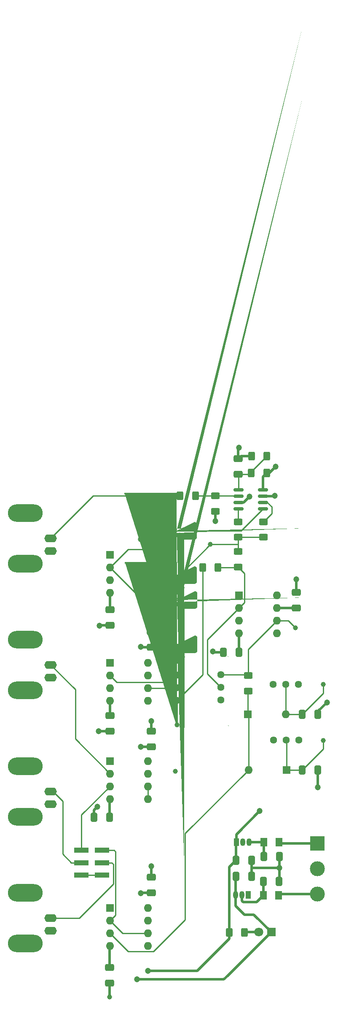
<source format=gbr>
%TF.GenerationSoftware,KiCad,Pcbnew,6.0.11-2627ca5db0~126~ubuntu20.04.1*%
%TF.CreationDate,2024-05-08T08:33:10-06:00*%
%TF.ProjectId,LaserPID,4c617365-7250-4494-942e-6b696361645f,rev?*%
%TF.SameCoordinates,Original*%
%TF.FileFunction,Copper,L1,Top*%
%TF.FilePolarity,Positive*%
%FSLAX46Y46*%
G04 Gerber Fmt 4.6, Leading zero omitted, Abs format (unit mm)*
G04 Created by KiCad (PCBNEW 6.0.11-2627ca5db0~126~ubuntu20.04.1) date 2024-05-08 08:33:10*
%MOMM*%
%LPD*%
G01*
G04 APERTURE LIST*
G04 Aperture macros list*
%AMRoundRect*
0 Rectangle with rounded corners*
0 $1 Rounding radius*
0 $2 $3 $4 $5 $6 $7 $8 $9 X,Y pos of 4 corners*
0 Add a 4 corners polygon primitive as box body*
4,1,4,$2,$3,$4,$5,$6,$7,$8,$9,$2,$3,0*
0 Add four circle primitives for the rounded corners*
1,1,$1+$1,$2,$3*
1,1,$1+$1,$4,$5*
1,1,$1+$1,$6,$7*
1,1,$1+$1,$8,$9*
0 Add four rect primitives between the rounded corners*
20,1,$1+$1,$2,$3,$4,$5,0*
20,1,$1+$1,$4,$5,$6,$7,0*
20,1,$1+$1,$6,$7,$8,$9,0*
20,1,$1+$1,$8,$9,$2,$3,0*%
%AMFreePoly0*
4,1,127,3.606109,1.749963,3.639805,1.744716,3.673905,1.744508,3.709490,1.733866,3.746186,1.728152,3.777052,1.713661,3.809726,1.703889,3.840894,1.683687,3.874511,1.667904,3.900069,1.645332,3.928688,1.626782,3.952933,1.598644,3.980769,1.574060,3.998966,1.545219,4.021226,1.519385,4.036598,1.485576,4.056417,1.454165,4.065788,1.421377,4.079903,1.390333,4.085168,1.353567,
4.095374,1.317858,4.095166,1.283757,4.100000,1.250000,4.100000,-1.250000,4.099963,-1.256109,4.094716,-1.289805,4.094508,-1.323905,4.083866,-1.359490,4.078152,-1.396186,4.063661,-1.427052,4.053889,-1.459726,4.033687,-1.490894,4.017904,-1.524511,3.995332,-1.550069,3.976782,-1.578688,3.948644,-1.602933,3.924060,-1.630769,3.895219,-1.648966,3.869385,-1.671226,3.835576,-1.686598,
3.804165,-1.706417,3.771377,-1.715788,3.740333,-1.729903,3.703567,-1.735168,3.667858,-1.745374,3.633757,-1.745166,3.600000,-1.750000,1.500000,-1.750000,1.493891,-1.749963,1.460195,-1.744716,1.426095,-1.744508,1.390510,-1.733866,1.353814,-1.728152,1.322948,-1.713661,1.290274,-1.703889,1.259106,-1.683687,1.225489,-1.667904,1.199931,-1.645332,1.171312,-1.626782,1.147067,-1.598644,
1.119231,-1.574060,1.101034,-1.545219,1.078774,-1.519385,1.063402,-1.485576,1.043583,-1.454165,1.034212,-1.421377,1.020097,-1.390333,1.014832,-1.353567,1.004626,-1.317858,1.004834,-1.283757,1.000000,-1.250000,1.000000,-1.113992,0.968187,-1.145694,0.768064,-1.288440,0.547315,-1.396584,0.311868,-1.467221,0.068044,-1.498456,-0.177606,-1.489448,-0.418487,-1.440441,-0.648129,-1.352749,
-0.860365,-1.228728,-1.049495,-1.071709,-1.210440,-0.885909,-1.338879,-0.676316,-1.431360,-0.448561,-1.485402,-0.208760,-1.499552,0.036648,-1.473431,0.281072,-1.407740,0.517947,-1.304242,0.740913,-1.165719,0.943981,-0.995889,1.121697,-0.799314,1.269290,-0.581273,1.382795,-0.347622,1.459164,-0.104635,1.496346,0.141162,1.493343,0.383169,1.450235,0.614885,1.368180,0.830087,1.249382,
1.000000,1.115194,1.000000,1.250000,1.000037,1.256109,1.005284,1.289805,1.005492,1.323905,1.016134,1.359490,1.021848,1.396186,1.036339,1.427052,1.046111,1.459726,1.066313,1.490894,1.082096,1.524511,1.104668,1.550069,1.123218,1.578688,1.151356,1.602933,1.175940,1.630769,1.204781,1.648966,1.230615,1.671226,1.264424,1.686598,1.295835,1.706417,1.328623,1.715788,
1.359667,1.729903,1.396433,1.735168,1.432142,1.745374,1.466243,1.745166,1.500000,1.750000,3.600000,1.750000,3.606109,1.749963,3.606109,1.749963,$1*%
G04 Aperture macros list end*
%TA.AperFunction,SMDPad,CuDef*%
%ADD10RoundRect,0.250000X-0.412500X-0.650000X0.412500X-0.650000X0.412500X0.650000X-0.412500X0.650000X0*%
%TD*%
%TA.AperFunction,SMDPad,CuDef*%
%ADD11RoundRect,0.250000X0.412500X0.650000X-0.412500X0.650000X-0.412500X-0.650000X0.412500X-0.650000X0*%
%TD*%
%TA.AperFunction,ComponentPad*%
%ADD12FreePoly0,90.000000*%
%TD*%
%TA.AperFunction,ComponentPad*%
%ADD13FreePoly0,270.000000*%
%TD*%
%TA.AperFunction,SMDPad,CuDef*%
%ADD14RoundRect,0.249999X0.650001X-0.412501X0.650001X0.412501X-0.650001X0.412501X-0.650001X-0.412501X0*%
%TD*%
%TA.AperFunction,SMDPad,CuDef*%
%ADD15RoundRect,0.249999X-0.650001X0.412501X-0.650001X-0.412501X0.650001X-0.412501X0.650001X0.412501X0*%
%TD*%
%TA.AperFunction,SMDPad,CuDef*%
%ADD16RoundRect,0.249999X-0.412501X-0.650001X0.412501X-0.650001X0.412501X0.650001X-0.412501X0.650001X0*%
%TD*%
%TA.AperFunction,SMDPad,CuDef*%
%ADD17RoundRect,0.249999X0.412501X0.650001X-0.412501X0.650001X-0.412501X-0.650001X0.412501X-0.650001X0*%
%TD*%
%TA.AperFunction,ComponentPad*%
%ADD18R,1.800000X1.800000*%
%TD*%
%TA.AperFunction,ComponentPad*%
%ADD19C,1.800000*%
%TD*%
%TA.AperFunction,ComponentPad*%
%ADD20R,3.000000X3.000000*%
%TD*%
%TA.AperFunction,ComponentPad*%
%ADD21C,3.000000*%
%TD*%
%TA.AperFunction,SMDPad,CuDef*%
%ADD22RoundRect,0.250000X-0.625000X0.400000X-0.625000X-0.400000X0.625000X-0.400000X0.625000X0.400000X0*%
%TD*%
%TA.AperFunction,SMDPad,CuDef*%
%ADD23RoundRect,0.250000X0.400000X0.625000X-0.400000X0.625000X-0.400000X-0.625000X0.400000X-0.625000X0*%
%TD*%
%TA.AperFunction,SMDPad,CuDef*%
%ADD24RoundRect,0.250000X0.625000X-0.400000X0.625000X0.400000X-0.625000X0.400000X-0.625000X-0.400000X0*%
%TD*%
%TA.AperFunction,SMDPad,CuDef*%
%ADD25RoundRect,0.250000X-0.400000X-0.625000X0.400000X-0.625000X0.400000X0.625000X-0.400000X0.625000X0*%
%TD*%
%TA.AperFunction,ComponentPad*%
%ADD26C,1.440000*%
%TD*%
%TA.AperFunction,ComponentPad*%
%ADD27R,1.600000X1.600000*%
%TD*%
%TA.AperFunction,ComponentPad*%
%ADD28O,1.600000X1.600000*%
%TD*%
%TA.AperFunction,SMDPad,CuDef*%
%ADD29RoundRect,0.150000X0.825000X0.150000X-0.825000X0.150000X-0.825000X-0.150000X0.825000X-0.150000X0*%
%TD*%
%TA.AperFunction,ComponentPad*%
%ADD30O,2.500000X1.600000*%
%TD*%
%TA.AperFunction,ComponentPad*%
%ADD31O,7.000000X3.500000*%
%TD*%
%TA.AperFunction,SMDPad,CuDef*%
%ADD32RoundRect,0.250001X-0.462499X-0.624999X0.462499X-0.624999X0.462499X0.624999X-0.462499X0.624999X0*%
%TD*%
%TA.AperFunction,ComponentPad*%
%ADD33C,1.000000*%
%TD*%
%TA.AperFunction,ComponentPad*%
%ADD34R,1.050000X1.500000*%
%TD*%
%TA.AperFunction,ComponentPad*%
%ADD35O,1.050000X1.500000*%
%TD*%
%TA.AperFunction,ComponentPad*%
%ADD36R,3.000000X1.000000*%
%TD*%
%TA.AperFunction,SMDPad,CuDef*%
%ADD37RoundRect,0.250001X0.462499X0.624999X-0.462499X0.624999X-0.462499X-0.624999X0.462499X-0.624999X0*%
%TD*%
%TA.AperFunction,ViaPad*%
%ADD38C,1.200000*%
%TD*%
%TA.AperFunction,ViaPad*%
%ADD39C,1.000000*%
%TD*%
%TA.AperFunction,Conductor*%
%ADD40C,0.500000*%
%TD*%
%TA.AperFunction,Conductor*%
%ADD41C,0.250000*%
%TD*%
G04 APERTURE END LIST*
D10*
%TO.P,C1,1*%
%TO.N,Net-(D4-Pad1)*%
X802398300Y-103200200D03*
%TO.P,C1,2*%
%TO.N,GND*%
X805523300Y-103200200D03*
%TD*%
D11*
%TO.P,C2,1*%
%TO.N,GND*%
X805472500Y-108204000D03*
%TO.P,C2,2*%
%TO.N,Net-(D5-Pad2)*%
X802347500Y-108204000D03*
%TD*%
D10*
%TO.P,C3,1*%
%TO.N,VDD*%
X796873400Y-103962200D03*
%TO.P,C3,2*%
%TO.N,GND*%
X799998400Y-103962200D03*
%TD*%
D12*
%TO.P,C6,1*%
%TO.N,Net-(C6-Pad1)*%
X784860000Y-46719000D03*
D13*
%TO.P,C6,2*%
%TO.N,Net-(C6-Pad2)*%
X784860000Y-37829000D03*
%TD*%
D14*
%TO.P,C7,1*%
%TO.N,GND*%
X771525000Y-56808500D03*
%TO.P,C7,2*%
%TO.N,VSS*%
X771525000Y-53683500D03*
%TD*%
D15*
%TO.P,C8,1*%
%TO.N,GND*%
X779653000Y-36537500D03*
%TO.P,C8,2*%
%TO.N,VDD*%
X779653000Y-39662500D03*
%TD*%
D14*
%TO.P,C9,1*%
%TO.N,GND*%
X771525000Y-78105000D03*
%TO.P,C9,2*%
%TO.N,VSS*%
X771525000Y-74980000D03*
%TD*%
D15*
%TO.P,C10,1*%
%TO.N,GND*%
X779780000Y-58127500D03*
%TO.P,C10,2*%
%TO.N,VDD*%
X779780000Y-61252500D03*
%TD*%
D16*
%TO.P,C11,1*%
%TO.N,GND*%
X794308000Y-62230000D03*
%TO.P,C11,2*%
%TO.N,VSS*%
X797433000Y-62230000D03*
%TD*%
D15*
%TO.P,C12,1*%
%TO.N,GND*%
X808951500Y-50253500D03*
%TO.P,C12,2*%
%TO.N,VDD*%
X808951500Y-53378500D03*
%TD*%
D14*
%TO.P,C16,1*%
%TO.N,GND*%
X771398000Y-128651000D03*
%TO.P,C16,2*%
%TO.N,VSS*%
X771398000Y-125526000D03*
%TD*%
D17*
%TO.P,C18,1*%
%TO.N,GND*%
X813258000Y-85852000D03*
%TO.P,C18,2*%
%TO.N,Net-(C18-Pad2)*%
X810133000Y-85852000D03*
%TD*%
D15*
%TO.P,C20,1*%
%TO.N,GND*%
X797267500Y-23403500D03*
%TO.P,C20,2*%
%TO.N,Net-(C20-Pad2)*%
X797267500Y-26528500D03*
%TD*%
D18*
%TO.P,D3,1,K*%
%TO.N,VSS*%
X803910000Y-118414800D03*
D19*
%TO.P,D3,2,A*%
%TO.N,Net-(D3-Pad2)*%
X801370000Y-118414800D03*
%TD*%
D20*
%TO.P,P1,1,P1*%
%TO.N,Net-(P1-Pad1)*%
X813181000Y-100584000D03*
D21*
%TO.P,P1,2,P2*%
%TO.N,GND*%
X813181000Y-105664000D03*
%TO.P,P1,3,P3*%
%TO.N,Net-(P1-Pad3)*%
X813181000Y-110744000D03*
%TD*%
D22*
%TO.P,R1,1*%
%TO.N,Net-(C6-Pad1)*%
X797267500Y-42037000D03*
%TO.P,R1,2*%
%TO.N,Net-(R1-Pad2)*%
X797267500Y-45137000D03*
%TD*%
D23*
%TO.P,R2,1*%
%TO.N,Net-(R1-Pad2)*%
X793229500Y-45212000D03*
%TO.P,R2,2*%
%TO.N,Net-(R2-Pad2)*%
X790129500Y-45212000D03*
%TD*%
D13*
%TO.P,R6,1*%
%TO.N,Net-(C6-Pad2)*%
X784987000Y-51761000D03*
D12*
%TO.P,R6,2*%
%TO.N,Net-(R6-Pad2)*%
X784987000Y-60651000D03*
%TD*%
D23*
%TO.P,R7,1*%
%TO.N,/RST*%
X788696000Y-30861000D03*
%TO.P,R7,2*%
%TO.N,Net-(R7-Pad2)*%
X785596000Y-30861000D03*
%TD*%
D24*
%TO.P,R8,1*%
%TO.N,Net-(D1-Pad2)*%
X799261800Y-70002400D03*
%TO.P,R8,2*%
%TO.N,Net-(RVGAIN1-Pad1)*%
X799261800Y-66902400D03*
%TD*%
D23*
%TO.P,R9,1*%
%TO.N,VDD*%
X803008500Y-26289000D03*
%TO.P,R9,2*%
%TO.N,Net-(C20-Pad2)*%
X799908500Y-26289000D03*
%TD*%
D25*
%TO.P,R10,1*%
%TO.N,GND*%
X799934500Y-22860000D03*
%TO.P,R10,2*%
%TO.N,Net-(C20-Pad2)*%
X803034500Y-22860000D03*
%TD*%
D24*
%TO.P,R12,1*%
%TO.N,Net-(C6-Pad1)*%
X797267500Y-39168000D03*
%TO.P,R12,2*%
%TO.N,Net-(R12-Pad2)*%
X797267500Y-36068000D03*
%TD*%
D22*
%TO.P,R13,1*%
%TO.N,/RST*%
X792695500Y-30861000D03*
%TO.P,R13,2*%
%TO.N,GND*%
X792695500Y-33961000D03*
%TD*%
D26*
%TO.P,RVGAIN1,1*%
%TO.N,Net-(RVGAIN1-Pad1)*%
X793800800Y-66741200D03*
%TO.P,RVGAIN1,2*%
%TO.N,Net-(R1-Pad2)*%
X793800800Y-69281200D03*
%TO.P,RVGAIN1,3*%
%TO.N,N/C*%
X793800800Y-71821200D03*
%TD*%
%TO.P,RVULIM,1,1*%
%TO.N,VSS*%
X804408000Y-79883000D03*
%TO.P,RVULIM,2,2*%
%TO.N,Net-(C18-Pad2)*%
X806948000Y-79883000D03*
%TO.P,RVULIM,3,3*%
%TO.N,VDD*%
X809488000Y-79883000D03*
%TD*%
D27*
%TO.P,U2,1*%
%TO.N,unconnected-(U2-Pad1)*%
X771511499Y-42672000D03*
D28*
%TO.P,U2,2,-*%
%TO.N,Net-(C6-Pad2)*%
X771511499Y-45212000D03*
%TO.P,U2,3,+*%
%TO.N,GND*%
X771511499Y-47752000D03*
%TO.P,U2,4,V-*%
%TO.N,VSS*%
X771511499Y-50292000D03*
%TO.P,U2,5*%
%TO.N,unconnected-(U2-Pad5)*%
X779131499Y-50292000D03*
%TO.P,U2,6*%
%TO.N,Net-(C6-Pad1)*%
X779131499Y-47752000D03*
%TO.P,U2,7,V+*%
%TO.N,VDD*%
X779131499Y-45212000D03*
%TO.P,U2,8*%
%TO.N,N/C*%
X779131499Y-42672000D03*
%TD*%
D27*
%TO.P,U3,1*%
%TO.N,unconnected-(U3-Pad1)*%
X771511499Y-64375499D03*
D28*
%TO.P,U3,2,-*%
%TO.N,Net-(RVPROP1-Pad2)*%
X771511499Y-66915499D03*
%TO.P,U3,3,+*%
%TO.N,GND*%
X771511499Y-69455499D03*
%TO.P,U3,4,V-*%
%TO.N,VSS*%
X771511499Y-71995499D03*
%TO.P,U3,5*%
%TO.N,unconnected-(U3-Pad5)*%
X779131499Y-71995499D03*
%TO.P,U3,6*%
%TO.N,Net-(R2-Pad2)*%
X779131499Y-69455499D03*
%TO.P,U3,7,V+*%
%TO.N,VDD*%
X779131499Y-66915499D03*
%TO.P,U3,8*%
%TO.N,N/C*%
X779131499Y-64375499D03*
%TD*%
D27*
%TO.P,U4,1*%
%TO.N,unconnected-(U4-Pad1)*%
X797404500Y-50810000D03*
D28*
%TO.P,U4,2,-*%
%TO.N,Net-(R1-Pad2)*%
X797404500Y-53350000D03*
%TO.P,U4,3,+*%
%TO.N,GND*%
X797404500Y-55890000D03*
%TO.P,U4,4,V-*%
%TO.N,VSS*%
X797404500Y-58430000D03*
%TO.P,U4,5*%
%TO.N,unconnected-(U4-Pad5)*%
X805024500Y-58430000D03*
%TO.P,U4,6*%
%TO.N,Net-(RVGAIN1-Pad1)*%
X805024500Y-55890000D03*
%TO.P,U4,7,V+*%
%TO.N,VDD*%
X805024500Y-53350000D03*
%TO.P,U4,8*%
%TO.N,N/C*%
X805024500Y-50810000D03*
%TD*%
D27*
%TO.P,U6,1*%
%TO.N,unconnected-(U6-Pad1)*%
X771511499Y-113538000D03*
D28*
%TO.P,U6,2,-*%
%TO.N,Net-(U6-Pad2)*%
X771511499Y-116078000D03*
%TO.P,U6,3,+*%
%TO.N,Net-(D1-Pad2)*%
X771511499Y-118618000D03*
%TO.P,U6,4,V-*%
%TO.N,VSS*%
X771511499Y-121158000D03*
%TO.P,U6,5*%
%TO.N,unconnected-(U6-Pad5)*%
X779131499Y-121158000D03*
%TO.P,U6,6*%
%TO.N,Net-(U6-Pad2)*%
X779131499Y-118618000D03*
%TO.P,U6,7,V+*%
%TO.N,VDD*%
X779131499Y-116078000D03*
%TO.P,U6,8*%
%TO.N,N/C*%
X779131499Y-113538000D03*
%TD*%
D29*
%TO.P,U7,1,COM*%
%TO.N,Net-(C6-Pad2)*%
X802282500Y-33427000D03*
%TO.P,U7,2,B*%
%TO.N,Net-(R11-Pad2)*%
X802282500Y-32157000D03*
%TO.P,U7,3,GND*%
%TO.N,GND*%
X802282500Y-30887000D03*
%TO.P,U7,4,V+*%
%TO.N,VDD*%
X802282500Y-29617000D03*
%TO.P,U7,5,VCC*%
%TO.N,Net-(C20-Pad2)*%
X797332500Y-29617000D03*
%TO.P,U7,6,A/B*%
%TO.N,/RST*%
X797332500Y-30887000D03*
%TO.P,U7,7,V-*%
%TO.N,VSS*%
X797332500Y-32157000D03*
%TO.P,U7,8,A*%
%TO.N,Net-(R12-Pad2)*%
X797332500Y-33427000D03*
%TD*%
D23*
%TO.P,R5,1*%
%TO.N,Net-(D3-Pad2)*%
X798551200Y-118440200D03*
%TO.P,R5,2*%
%TO.N,VDD*%
X795451200Y-118440200D03*
%TD*%
D27*
%TO.P,D1,1,K*%
%TO.N,Net-(C18-Pad2)*%
X806958000Y-85852000D03*
D28*
%TO.P,D1,2,A*%
%TO.N,Net-(D1-Pad2)*%
X799338000Y-85852000D03*
%TD*%
D15*
%TO.P,C5,1*%
%TO.N,GND*%
X779780000Y-78066500D03*
%TO.P,C5,2*%
%TO.N,VDD*%
X779780000Y-81191500D03*
%TD*%
D16*
%TO.P,C4,1*%
%TO.N,GND*%
X768311500Y-95377000D03*
%TO.P,C4,2*%
%TO.N,VSS*%
X771436500Y-95377000D03*
%TD*%
D27*
%TO.P,U1,1*%
%TO.N,GND*%
X771511499Y-84074000D03*
D28*
%TO.P,U1,2,-*%
%TO.N,Net-(P2-Pad1)*%
X771511499Y-86614000D03*
%TO.P,U1,3,+*%
%TO.N,Net-(U1-Pad3)*%
X771511499Y-89154000D03*
%TO.P,U1,4,V-*%
%TO.N,VSS*%
X771511499Y-91694000D03*
%TO.P,U1,5*%
%TO.N,Net-(R6-Pad2)*%
X779131499Y-91694000D03*
%TO.P,U1,6*%
X779131499Y-89154000D03*
%TO.P,U1,7,V+*%
%TO.N,VDD*%
X779131499Y-86614000D03*
%TO.P,U1,8*%
%TO.N,N/C*%
X779131499Y-84074000D03*
%TD*%
D24*
%TO.P,R11,1*%
%TO.N,Net-(C6-Pad1)*%
X802347500Y-39168000D03*
%TO.P,R11,2*%
%TO.N,Net-(R11-Pad2)*%
X802347500Y-36068000D03*
%TD*%
D15*
%TO.P,C17,1*%
%TO.N,GND*%
X779780000Y-107403500D03*
%TO.P,C17,2*%
%TO.N,VDD*%
X779780000Y-110528500D03*
%TD*%
D26*
%TO.P,RVPROP1,1,1*%
%TO.N,Net-(R6-Pad2)*%
X784987000Y-66802000D03*
%TO.P,RVPROP1,2,2*%
%TO.N,Net-(RVPROP1-Pad2)*%
X784987000Y-69342000D03*
%TO.P,RVPROP1,3,3*%
%TO.N,Net-(R2-Pad2)*%
X784987000Y-71882000D03*
%TD*%
D27*
%TO.P,D2,1,K*%
%TO.N,Net-(D1-Pad2)*%
X799211000Y-74676000D03*
D28*
%TO.P,D2,2,A*%
%TO.N,Net-(C19-Pad2)*%
X806831000Y-74676000D03*
%TD*%
D17*
%TO.P,C19,1*%
%TO.N,GND*%
X813272500Y-74676000D03*
%TO.P,C19,2*%
%TO.N,Net-(C19-Pad2)*%
X810147500Y-74676000D03*
%TD*%
D26*
%TO.P,RVLLIM,1,1*%
%TO.N,VSS*%
X804281000Y-68707000D03*
%TO.P,RVLLIM,2,2*%
%TO.N,Net-(C19-Pad2)*%
X806821000Y-68707000D03*
%TO.P,RVLLIM,3,3*%
%TO.N,VDD*%
X809361000Y-68707000D03*
%TD*%
D30*
%TO.P,P4,1,In*%
%TO.N,Net-(P4-Pad1)*%
X759616000Y-115570000D03*
D31*
%TO.P,P4,2,Ext*%
%TO.N,GND*%
X754536000Y-120650000D03*
D30*
X759616000Y-118110000D03*
D31*
X754536000Y-110490000D03*
%TD*%
D32*
%TO.P,D4,1,K*%
%TO.N,Net-(D4-Pad1)*%
X802459000Y-100325000D03*
%TO.P,D4,2,A*%
%TO.N,Net-(P1-Pad1)*%
X805434000Y-100325000D03*
%TD*%
D33*
%TO.P,W6,1,1*%
%TO.N,Net-(C19-Pad2)*%
X814349400Y-68707000D03*
%TD*%
D34*
%TO.P,U5,1,VO*%
%TO.N,VDD*%
X796899600Y-100334400D03*
D35*
%TO.P,U5,2,GND*%
%TO.N,GND*%
X798169600Y-100334400D03*
%TO.P,U5,3,VI*%
%TO.N,Net-(D4-Pad1)*%
X799439600Y-100334400D03*
%TD*%
D33*
%TO.P,W5,1,1*%
%TO.N,Net-(C18-Pad2)*%
X814324000Y-79908400D03*
%TD*%
D30*
%TO.P,P5,1,In*%
%TO.N,Net-(R7-Pad2)*%
X759616000Y-39374000D03*
%TO.P,P5,2,Ext*%
%TO.N,GND*%
X759616000Y-41914000D03*
D31*
X754536000Y-34294000D03*
X754536000Y-44454000D03*
%TD*%
D33*
%TO.P,W3,1,1*%
%TO.N,Net-(R2-Pad2)*%
X784987000Y-76835000D03*
%TD*%
%TO.P,W1,1,1*%
%TO.N,Net-(R6-Pad2)*%
X784606000Y-86106000D03*
%TD*%
%TO.P,W2,1,1*%
%TO.N,Net-(C6-Pad1)*%
X791692600Y-40589200D03*
%TD*%
D30*
%TO.P,P2,1,In*%
%TO.N,Net-(P2-Pad1)*%
X759616000Y-64774000D03*
%TO.P,P2,2,Ext*%
%TO.N,GND*%
X759616000Y-67314000D03*
D31*
X754536000Y-59694000D03*
X754536000Y-69854000D03*
%TD*%
D34*
%TO.P,U8,1,GND*%
%TO.N,GND*%
X799312600Y-110968200D03*
D35*
%TO.P,U8,2,VI*%
%TO.N,Net-(D5-Pad2)*%
X798042600Y-110968200D03*
%TO.P,U8,3,VO*%
%TO.N,VSS*%
X796772600Y-110968200D03*
%TD*%
D36*
%TO.P,SW1,1,A*%
%TO.N,Net-(U1-Pad3)*%
X765792000Y-101978000D03*
%TO.P,SW1,2,B*%
%TO.N,Net-(P3-Pad1)*%
X765792000Y-104478000D03*
%TO.P,SW1,3,C*%
%TO.N,/Control*%
X765792000Y-106978000D03*
%TO.P,SW1,4,A*%
%TO.N,Net-(U6-Pad2)*%
X769892000Y-101978000D03*
%TO.P,SW1,5,B*%
%TO.N,Net-(P4-Pad1)*%
X769892000Y-104478000D03*
%TO.P,SW1,6,C*%
%TO.N,/Control*%
X769892000Y-106978000D03*
%TD*%
D11*
%TO.P,C13,1*%
%TO.N,GND*%
X799999200Y-107188000D03*
%TO.P,C13,2*%
%TO.N,VSS*%
X796874200Y-107188000D03*
%TD*%
D30*
%TO.P,P3,1,In*%
%TO.N,Net-(P3-Pad1)*%
X759616000Y-90170000D03*
D31*
%TO.P,P3,2,Ext*%
%TO.N,GND*%
X754536000Y-85090000D03*
X754536000Y-95250000D03*
D30*
X759616000Y-92710000D03*
%TD*%
D33*
%TO.P,W4,1,1*%
%TO.N,Net-(RVGAIN1-Pad1)*%
X808812200Y-57378600D03*
%TD*%
D37*
%TO.P,D5,1,K*%
%TO.N,Net-(P1-Pad3)*%
X805347000Y-110993000D03*
%TO.P,D5,2,A*%
%TO.N,Net-(D5-Pad2)*%
X802372000Y-110993000D03*
%TD*%
D38*
%TO.N,GND*%
X779780000Y-105156000D03*
X813257200Y-89382600D03*
X804633500Y-30861000D03*
X808951500Y-47625000D03*
X769366000Y-56896000D03*
X792187500Y-62103000D03*
X805523300Y-105524700D03*
X792695500Y-35941000D03*
X769011392Y-93244392D03*
X797394500Y-21209000D03*
X779526000Y-34417000D03*
X769239000Y-78105000D03*
X779399000Y-56261000D03*
D39*
X771398000Y-131445000D03*
D38*
X815086000Y-72313800D03*
X779780000Y-76073000D03*
%TO.N,VSS*%
X799553500Y-30988000D03*
X776935200Y-127889000D03*
%TO.N,VDD*%
X801603000Y-94107000D03*
X777681499Y-39563501D03*
X804760500Y-25019000D03*
X777681499Y-81219501D03*
X779145000Y-126156323D03*
X777681499Y-61147499D03*
X777681499Y-110550499D03*
%TD*%
D40*
%TO.N,VDD*%
X796899600Y-100334400D02*
X796899600Y-98810400D01*
X796873400Y-103962200D02*
X796873400Y-100360600D01*
X796873400Y-100360600D02*
X796899600Y-100334400D01*
X802282500Y-29617000D02*
X802282500Y-27015000D01*
X802282500Y-27015000D02*
X803008500Y-26289000D01*
X803008500Y-26289000D02*
X803490500Y-26289000D01*
X803490500Y-26289000D02*
X804760500Y-25019000D01*
%TO.N,GND*%
X779780000Y-107403500D02*
X779780000Y-105156000D01*
X804607500Y-30887000D02*
X804633500Y-30861000D01*
X808951500Y-50253500D02*
X808951500Y-47625000D01*
X805523300Y-105524700D02*
X805523300Y-108153200D01*
X769453500Y-56808500D02*
X769366000Y-56896000D01*
X768311500Y-93944284D02*
X769011392Y-93244392D01*
X792695500Y-33961000D02*
X792695500Y-35941000D01*
X792314500Y-62230000D02*
X792187500Y-62103000D01*
X805511800Y-105536200D02*
X805523300Y-105524700D01*
X779399000Y-36537500D02*
X779399000Y-34544000D01*
X799999200Y-103963000D02*
X799998400Y-103962200D01*
X779399000Y-34544000D02*
X779526000Y-34417000D01*
X768311500Y-95377000D02*
X768311500Y-93944284D01*
X779272000Y-56388000D02*
X779399000Y-56261000D01*
X799999200Y-105536200D02*
X805511800Y-105536200D01*
X771525000Y-78105000D02*
X769239000Y-78105000D01*
X813272500Y-74676000D02*
X813272500Y-74127300D01*
X813272500Y-74127300D02*
X815086000Y-72313800D01*
X802282500Y-30887000D02*
X804607500Y-30887000D01*
X805523300Y-108153200D02*
X805472500Y-108204000D01*
X799999200Y-105536200D02*
X799999200Y-103963000D01*
X794308000Y-62230000D02*
X792314500Y-62230000D01*
X779780000Y-78066500D02*
X779780000Y-76073000D01*
X779272000Y-58127500D02*
X779272000Y-56388000D01*
X771525000Y-56808500D02*
X769453500Y-56808500D01*
X771398000Y-128651000D02*
X771398000Y-131445000D01*
X813258000Y-85852000D02*
X813258000Y-89381800D01*
X799934500Y-22860000D02*
X797811000Y-22860000D01*
X805523300Y-103200200D02*
X805523300Y-105524700D01*
X797267500Y-21336000D02*
X797394500Y-21209000D01*
X797811000Y-22860000D02*
X797267500Y-23403500D01*
X813258000Y-89381800D02*
X813257200Y-89382600D01*
X799999200Y-107188000D02*
X799999200Y-105536200D01*
X797267500Y-23403500D02*
X797267500Y-21336000D01*
%TO.N,VSS*%
X797332500Y-32157000D02*
X798384500Y-32157000D01*
X771398000Y-121271499D02*
X771511499Y-121158000D01*
X798384500Y-32157000D02*
X799553500Y-30988000D01*
X795223200Y-127076200D02*
X794410400Y-127889000D01*
X796772600Y-113157000D02*
X798550600Y-114935000D01*
X771525000Y-50305501D02*
X771511499Y-50292000D01*
X798550600Y-114935000D02*
X800430200Y-114935000D01*
X797433000Y-58458500D02*
X797404500Y-58430000D01*
X794410400Y-127889000D02*
X776935200Y-127889000D01*
X771436500Y-91768999D02*
X771511499Y-91694000D01*
X796772600Y-110968200D02*
X796772600Y-113157000D01*
X771398000Y-125526000D02*
X771398000Y-121271499D01*
X771436500Y-95377000D02*
X771436500Y-91768999D01*
X796772600Y-107289600D02*
X796874200Y-107188000D01*
X795248600Y-127076200D02*
X795223200Y-127076200D01*
X800430200Y-114935000D02*
X803910000Y-118414800D01*
X797433000Y-62230000D02*
X797433000Y-58458500D01*
X771525000Y-74980000D02*
X771525000Y-72009000D01*
X803910000Y-118414800D02*
X795248600Y-127076200D01*
X771525000Y-72009000D02*
X771511499Y-71995499D01*
X771525000Y-53683500D02*
X771525000Y-50305501D01*
X796772600Y-110968200D02*
X796772600Y-107289600D01*
D41*
%TO.N,Net-(C6-Pad2)*%
X781142000Y-41547000D02*
X784860000Y-37829000D01*
X775176499Y-41547000D02*
X781142000Y-41547000D01*
X784987000Y-51761000D02*
X778060499Y-51761000D01*
X771511499Y-45212000D02*
X775176499Y-41547000D01*
X797880500Y-37829000D02*
X802282500Y-33427000D01*
X778060499Y-51761000D02*
X771511499Y-45212000D01*
X784860000Y-37829000D02*
X797880500Y-37829000D01*
%TO.N,Net-(C6-Pad1)*%
X785562800Y-46719000D02*
X791692600Y-40589200D01*
X791692600Y-40589200D02*
X797229800Y-40589200D01*
X783827000Y-47752000D02*
X779131499Y-47752000D01*
X797267500Y-40626900D02*
X797267500Y-39168000D01*
X784860000Y-46719000D02*
X783827000Y-47752000D01*
X797267500Y-42037000D02*
X797267500Y-40626900D01*
X797267500Y-39168000D02*
X802347500Y-39168000D01*
X797229800Y-40589200D02*
X797267500Y-40626900D01*
%TO.N,Net-(C18-Pad2)*%
X806958000Y-85852000D02*
X806958000Y-79893000D01*
X810133000Y-85852000D02*
X814324000Y-81661000D01*
X806958000Y-79893000D02*
X806948000Y-79883000D01*
X814324000Y-81661000D02*
X814324000Y-79908400D01*
X806958000Y-85852000D02*
X810133000Y-85852000D01*
%TO.N,Net-(C19-Pad2)*%
X806821000Y-68707000D02*
X806821000Y-74666000D01*
X810147500Y-74676000D02*
X814349400Y-70474100D01*
X814349400Y-70474100D02*
X814349400Y-68707000D01*
X806831000Y-74676000D02*
X810147500Y-74676000D01*
X806821000Y-74666000D02*
X806831000Y-74676000D01*
%TO.N,Net-(C20-Pad2)*%
X799908500Y-26289000D02*
X799908500Y-25986000D01*
X797332500Y-29617000D02*
X797332500Y-26593500D01*
X799908500Y-25986000D02*
X803034500Y-22860000D01*
X797267500Y-26528500D02*
X799669000Y-26528500D01*
X799669000Y-26528500D02*
X799908500Y-26289000D01*
X797332500Y-26593500D02*
X797267500Y-26528500D01*
%TO.N,Net-(D1-Pad2)*%
X799338000Y-85852000D02*
X786612600Y-98577400D01*
X775176499Y-122283000D02*
X780255200Y-122283000D01*
X786612600Y-115925600D02*
X780255200Y-122283000D01*
X799211000Y-70053200D02*
X799261800Y-70002400D01*
X771511499Y-118618000D02*
X775176499Y-122283000D01*
X799211000Y-74676000D02*
X799211000Y-70053200D01*
X799338000Y-85852000D02*
X799338000Y-74803000D01*
X786612600Y-98577400D02*
X786612600Y-115925600D01*
X799338000Y-74803000D02*
X799211000Y-74676000D01*
D40*
%TO.N,Net-(D3-Pad2)*%
X798576600Y-118414800D02*
X798551200Y-118440200D01*
X801370000Y-118414800D02*
X798576600Y-118414800D01*
D41*
%TO.N,Net-(P2-Pad1)*%
X771511499Y-86614000D02*
X764540000Y-79642501D01*
X764540000Y-79642501D02*
X764540000Y-69698000D01*
X764540000Y-69698000D02*
X759616000Y-64774000D01*
%TO.N,Net-(P3-Pad1)*%
X762000000Y-92104000D02*
X762000000Y-102743000D01*
X760066000Y-90170000D02*
X762000000Y-92104000D01*
X763735000Y-104478000D02*
X765792000Y-104478000D01*
X759616000Y-90170000D02*
X760066000Y-90170000D01*
X762000000Y-102743000D02*
X763735000Y-104478000D01*
%TO.N,Net-(P4-Pad1)*%
X769892000Y-104478000D02*
X771889499Y-104478000D01*
X772160000Y-104748501D02*
X772160000Y-108712000D01*
X771889499Y-104478000D02*
X772160000Y-104748501D01*
X765302000Y-115570000D02*
X759616000Y-115570000D01*
X772160000Y-108712000D02*
X765302000Y-115570000D01*
%TO.N,Net-(R2-Pad2)*%
X790129500Y-45212000D02*
X790129500Y-66739500D01*
X779131499Y-69455499D02*
X782560499Y-69455499D01*
X782560499Y-69455499D02*
X784987000Y-71882000D01*
X784987000Y-76835000D02*
X784987000Y-71882000D01*
X790129500Y-66739500D02*
X784987000Y-71882000D01*
%TO.N,Net-(R6-Pad2)*%
X779131499Y-89154000D02*
X779131499Y-91694000D01*
%TO.N,/RST*%
X792695500Y-30861000D02*
X797306500Y-30861000D01*
X797306500Y-30861000D02*
X797332500Y-30887000D01*
X788696000Y-30861000D02*
X792695500Y-30861000D01*
%TO.N,Net-(R11-Pad2)*%
X803998500Y-33020000D02*
X803998500Y-34417000D01*
X803998500Y-34417000D02*
X802347500Y-36068000D01*
X803135500Y-32157000D02*
X803998500Y-33020000D01*
X802282500Y-32157000D02*
X803135500Y-32157000D01*
%TO.N,Net-(R12-Pad2)*%
X797267500Y-33492000D02*
X797332500Y-33427000D01*
X797267500Y-36068000D02*
X797267500Y-33492000D01*
%TO.N,Net-(RVPROP1-Pad2)*%
X772836499Y-68240499D02*
X783885499Y-68240499D01*
X783885499Y-68240499D02*
X784987000Y-69342000D01*
X771511499Y-66915499D02*
X772836499Y-68240499D01*
D40*
%TO.N,VDD*%
X789031077Y-126156323D02*
X779145000Y-126156323D01*
X795451200Y-118440200D02*
X795451200Y-105384400D01*
X795451200Y-105384400D02*
X796873400Y-103962200D01*
X796899600Y-98810400D02*
X801603000Y-94107000D01*
X808923000Y-53350000D02*
X808951500Y-53378500D01*
X779780000Y-61252500D02*
X777786500Y-61252500D01*
X777703498Y-110528500D02*
X777681499Y-110550499D01*
X805024500Y-53350000D02*
X808923000Y-53350000D01*
X777681499Y-39563501D02*
X779554001Y-39563501D01*
X795451200Y-118440200D02*
X795451200Y-119736200D01*
X795451200Y-119736200D02*
X789031077Y-126156323D01*
X777786500Y-61252500D02*
X777681499Y-61147499D01*
X777709500Y-81191500D02*
X777681499Y-81219501D01*
X779780000Y-81191500D02*
X777709500Y-81191500D01*
X779780000Y-110528500D02*
X777703498Y-110528500D01*
D41*
%TO.N,Net-(U1-Pad3)*%
X765792000Y-101978000D02*
X765792000Y-94873499D01*
X765792000Y-94873499D02*
X771511499Y-89154000D01*
%TO.N,/Control*%
X765792000Y-106978000D02*
X769892000Y-106978000D01*
%TO.N,Net-(U6-Pad2)*%
X772636499Y-102266501D02*
X772347998Y-101978000D01*
X772636499Y-114953000D02*
X772636499Y-102266501D01*
X779131499Y-118618000D02*
X774051499Y-118618000D01*
X774051499Y-118618000D02*
X771511499Y-116078000D01*
X772347998Y-101978000D02*
X769892000Y-101978000D01*
X771511499Y-116078000D02*
X772636499Y-114953000D01*
%TO.N,Net-(R1-Pad2)*%
X797192500Y-45212000D02*
X797267500Y-45137000D01*
X793229500Y-45212000D02*
X797192500Y-45212000D01*
X798529500Y-52225000D02*
X798529500Y-46399000D01*
X797404500Y-53350000D02*
X791062500Y-59692000D01*
X798529500Y-46399000D02*
X797267500Y-45137000D01*
X797404500Y-53350000D02*
X798529500Y-52225000D01*
X791062500Y-59692000D02*
X791062500Y-66542900D01*
X791062500Y-66542900D02*
X793800800Y-69281200D01*
%TO.N,Net-(RVGAIN1-Pad1)*%
X799261800Y-66902400D02*
X799100600Y-66741200D01*
X799100600Y-66741200D02*
X793800800Y-66741200D01*
X805024500Y-55890000D02*
X799261800Y-61652700D01*
X807323600Y-55890000D02*
X808812200Y-57378600D01*
X799261800Y-61652700D02*
X799261800Y-66902400D01*
X805024500Y-55890000D02*
X807323600Y-55890000D01*
D40*
%TO.N,Net-(D4-Pad1)*%
X799449000Y-100325000D02*
X799439600Y-100334400D01*
X802398300Y-100385700D02*
X802459000Y-100325000D01*
X802398300Y-103200200D02*
X802398300Y-100385700D01*
X802459000Y-100325000D02*
X799449000Y-100325000D01*
%TO.N,Net-(D5-Pad2)*%
X802372000Y-110993000D02*
X802372000Y-108228500D01*
X798295201Y-112368200D02*
X798042600Y-112115599D01*
X802372000Y-108228500D02*
X802347500Y-108204000D01*
X802372000Y-110993000D02*
X800996800Y-112368200D01*
X798042600Y-112115599D02*
X798042600Y-110968200D01*
X800996800Y-112368200D02*
X798295201Y-112368200D01*
%TO.N,Net-(P1-Pad1)*%
X813181000Y-100584000D02*
X805693000Y-100584000D01*
X805693000Y-100584000D02*
X805434000Y-100325000D01*
%TO.N,Net-(P1-Pad3)*%
X805347000Y-110993000D02*
X805601000Y-110739000D01*
X813181000Y-110744000D02*
X805596000Y-110744000D01*
X805596000Y-110744000D02*
X805347000Y-110993000D01*
D41*
%TO.N,Net-(R7-Pad2)*%
X785596000Y-30861000D02*
X768129000Y-30861000D01*
X768129000Y-30861000D02*
X759616000Y-39374000D01*
%TD*%
M02*

</source>
